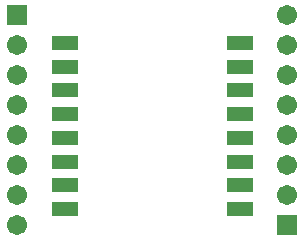
<source format=gts>
G04 Layer_Color=8388736*
%FSLAX25Y25*%
%MOIN*%
G70*
G01*
G75*
%ADD21R,0.08500X0.05000*%
%ADD22R,0.06706X0.06706*%
%ADD23C,0.06706*%
D21*
X79200Y65600D02*
D03*
Y57700D02*
D03*
Y49900D02*
D03*
Y42000D02*
D03*
Y34063D02*
D03*
Y26189D02*
D03*
Y18315D02*
D03*
Y10441D02*
D03*
X20866D02*
D03*
Y18315D02*
D03*
Y26189D02*
D03*
Y34063D02*
D03*
Y42000D02*
D03*
Y49900D02*
D03*
Y57700D02*
D03*
Y65600D02*
D03*
D22*
X5000Y75000D02*
D03*
X95000Y5000D02*
D03*
D23*
X5000Y65000D02*
D03*
Y55000D02*
D03*
Y45000D02*
D03*
Y35000D02*
D03*
Y25000D02*
D03*
Y15000D02*
D03*
Y5000D02*
D03*
X95000Y15000D02*
D03*
Y25000D02*
D03*
Y35000D02*
D03*
Y45000D02*
D03*
Y55000D02*
D03*
Y65000D02*
D03*
Y75000D02*
D03*
M02*

</source>
